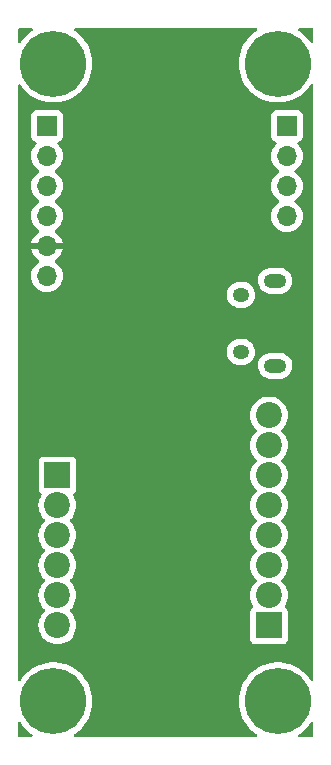
<source format=gbr>
%TF.GenerationSoftware,KiCad,Pcbnew,7.0.5*%
%TF.CreationDate,2023-12-10T00:27:40-08:00*%
%TF.ProjectId,Lyrav3,4c797261-7633-42e6-9b69-6361645f7063,rev?*%
%TF.SameCoordinates,Original*%
%TF.FileFunction,Copper,L3,Inr*%
%TF.FilePolarity,Positive*%
%FSLAX46Y46*%
G04 Gerber Fmt 4.6, Leading zero omitted, Abs format (unit mm)*
G04 Created by KiCad (PCBNEW 7.0.5) date 2023-12-10 00:27:40*
%MOMM*%
%LPD*%
G01*
G04 APERTURE LIST*
%TA.AperFunction,ComponentPad*%
%ADD10C,5.600000*%
%TD*%
%TA.AperFunction,ComponentPad*%
%ADD11R,1.700000X1.700000*%
%TD*%
%TA.AperFunction,ComponentPad*%
%ADD12O,1.700000X1.700000*%
%TD*%
%TA.AperFunction,ComponentPad*%
%ADD13R,2.200000X2.200000*%
%TD*%
%TA.AperFunction,ComponentPad*%
%ADD14C,2.200000*%
%TD*%
%TA.AperFunction,ComponentPad*%
%ADD15O,1.900000X1.200000*%
%TD*%
%TA.AperFunction,ComponentPad*%
%ADD16O,1.400000X1.200000*%
%TD*%
G04 APERTURE END LIST*
D10*
%TO.N,GND*%
%TO.C,H3*%
X186600000Y-116025000D03*
%TD*%
D11*
%TO.N,/BRKOUT1*%
%TO.C,J8*%
X206375000Y-67320000D03*
D12*
%TO.N,/BRKOUT2*%
X206375000Y-69860000D03*
%TO.N,/BRKOUT3*%
X206375000Y-72400000D03*
%TO.N,/BRKOUT4*%
X206375000Y-74940000D03*
%TD*%
D13*
%TO.N,/P4-*%
%TO.C,J1*%
X204851000Y-109601000D03*
D14*
%TO.N,/PYRO PWR*%
X204851000Y-107061000D03*
%TO.N,/P3-*%
X204851000Y-104521000D03*
%TO.N,/PYRO PWR*%
X204851000Y-101981000D03*
%TO.N,/P2-*%
X204851000Y-99441000D03*
%TO.N,/PYRO PWR*%
X204851000Y-96901000D03*
%TO.N,/P1-*%
X204851000Y-94361000D03*
%TO.N,/PYRO PWR*%
X204851000Y-91821000D03*
%TD*%
D15*
%TO.N,N/C*%
%TO.C,J7*%
X205377100Y-87623200D03*
X205377100Y-80423200D03*
D16*
X202477100Y-81603200D03*
%TO.N,unconnected-(J7-Shield-Pad6)*%
X202477100Y-86443200D03*
%TD*%
D10*
%TO.N,GND*%
%TO.C,H1*%
X186600000Y-62025000D03*
%TD*%
%TO.N,GND*%
%TO.C,H2*%
X205600000Y-62025000D03*
%TD*%
%TO.N,GND*%
%TO.C,H4*%
X205600000Y-116025000D03*
%TD*%
D13*
%TO.N,/PYRO PWR*%
%TO.C,J2*%
X186944000Y-96901000D03*
D14*
%TO.N,+12P*%
X186944000Y-99441000D03*
%TO.N,+12V*%
X186944000Y-101981000D03*
%TO.N,+BATT*%
X186944000Y-104521000D03*
%TO.N,GND*%
X186944000Y-107061000D03*
%TO.N,+BATT*%
X186944000Y-109601000D03*
%TD*%
D11*
%TO.N,/BRKOUT7*%
%TO.C,J6*%
X186055000Y-67310000D03*
D12*
%TO.N,/BRKOUT6*%
X186055000Y-69850000D03*
%TO.N,/BRKOUT5*%
X186055000Y-72390000D03*
%TO.N,+12VA*%
X186055000Y-74930000D03*
%TO.N,+3V3*%
X186055000Y-77470000D03*
%TO.N,GND*%
X186055000Y-80010000D03*
%TD*%
%TA.AperFunction,Conductor*%
%TO.N,+3V3*%
G36*
X203803786Y-59045185D02*
G01*
X203849541Y-59097989D01*
X203859485Y-59167147D01*
X203830460Y-59230703D01*
X203800677Y-59255748D01*
X203745081Y-59289200D01*
X203656768Y-59356333D01*
X203460172Y-59505781D01*
X203460163Y-59505789D01*
X203200331Y-59751914D01*
X202968641Y-60024680D01*
X202968634Y-60024690D01*
X202767790Y-60320913D01*
X202767784Y-60320922D01*
X202600151Y-60637111D01*
X202600142Y-60637129D01*
X202467674Y-60969600D01*
X202467672Y-60969607D01*
X202371932Y-61314434D01*
X202371926Y-61314460D01*
X202314029Y-61667614D01*
X202314028Y-61667631D01*
X202294652Y-62024997D01*
X202294652Y-62025002D01*
X202314028Y-62382368D01*
X202314029Y-62382385D01*
X202371926Y-62735539D01*
X202371932Y-62735565D01*
X202467672Y-63080392D01*
X202467674Y-63080399D01*
X202600142Y-63412870D01*
X202600151Y-63412888D01*
X202767784Y-63729077D01*
X202767787Y-63729082D01*
X202767789Y-63729085D01*
X202828861Y-63819160D01*
X202968634Y-64025309D01*
X202968641Y-64025319D01*
X203200331Y-64298085D01*
X203200332Y-64298086D01*
X203460163Y-64544211D01*
X203745081Y-64760800D01*
X204051747Y-64945315D01*
X204051749Y-64945316D01*
X204051751Y-64945317D01*
X204051755Y-64945319D01*
X204376552Y-65095585D01*
X204376565Y-65095591D01*
X204715726Y-65209868D01*
X205065254Y-65286805D01*
X205421052Y-65325500D01*
X205421058Y-65325500D01*
X205778942Y-65325500D01*
X205778948Y-65325500D01*
X206134746Y-65286805D01*
X206484274Y-65209868D01*
X206823435Y-65095591D01*
X207148253Y-64945315D01*
X207454919Y-64760800D01*
X207739837Y-64544211D01*
X207999668Y-64298086D01*
X208231365Y-64025311D01*
X208278359Y-63955998D01*
X208372867Y-63816612D01*
X208426781Y-63772171D01*
X208496164Y-63763933D01*
X208558985Y-63794514D01*
X208595301Y-63854204D01*
X208599500Y-63886199D01*
X208599500Y-114163801D01*
X208579815Y-114230840D01*
X208527011Y-114276595D01*
X208457853Y-114286539D01*
X208394297Y-114257514D01*
X208372867Y-114233388D01*
X208231366Y-114024690D01*
X208231358Y-114024680D01*
X207999668Y-113751914D01*
X207999668Y-113751913D01*
X207739837Y-113505789D01*
X207739830Y-113505783D01*
X207739827Y-113505781D01*
X207672245Y-113454407D01*
X207454919Y-113289200D01*
X207148253Y-113104685D01*
X207148252Y-113104684D01*
X207148248Y-113104682D01*
X207148244Y-113104680D01*
X206823447Y-112954414D01*
X206823441Y-112954411D01*
X206823435Y-112954409D01*
X206653854Y-112897270D01*
X206484273Y-112840131D01*
X206134744Y-112763194D01*
X205778949Y-112724500D01*
X205778948Y-112724500D01*
X205421052Y-112724500D01*
X205421050Y-112724500D01*
X205065255Y-112763194D01*
X204715726Y-112840131D01*
X204459970Y-112926306D01*
X204376565Y-112954409D01*
X204376562Y-112954410D01*
X204376563Y-112954410D01*
X204376552Y-112954414D01*
X204051755Y-113104680D01*
X204051751Y-113104682D01*
X203823367Y-113242096D01*
X203745081Y-113289200D01*
X203656768Y-113356333D01*
X203460172Y-113505781D01*
X203460163Y-113505789D01*
X203200331Y-113751914D01*
X202968641Y-114024680D01*
X202968634Y-114024690D01*
X202767790Y-114320913D01*
X202767784Y-114320922D01*
X202600151Y-114637111D01*
X202600142Y-114637129D01*
X202467674Y-114969600D01*
X202467672Y-114969607D01*
X202371932Y-115314434D01*
X202371926Y-115314460D01*
X202314029Y-115667614D01*
X202314028Y-115667631D01*
X202294652Y-116024997D01*
X202294652Y-116025002D01*
X202314028Y-116382368D01*
X202314029Y-116382385D01*
X202371926Y-116735539D01*
X202371932Y-116735565D01*
X202467672Y-117080392D01*
X202467674Y-117080399D01*
X202600142Y-117412870D01*
X202600151Y-117412888D01*
X202767784Y-117729077D01*
X202767787Y-117729082D01*
X202767789Y-117729085D01*
X202828861Y-117819160D01*
X202968634Y-118025309D01*
X202968641Y-118025319D01*
X203200331Y-118298085D01*
X203200332Y-118298086D01*
X203460163Y-118544211D01*
X203745081Y-118760800D01*
X203800676Y-118794250D01*
X203847970Y-118845679D01*
X203859953Y-118914514D01*
X203832818Y-118978899D01*
X203775181Y-119018393D01*
X203736747Y-119024500D01*
X188463253Y-119024500D01*
X188396214Y-119004815D01*
X188350459Y-118952011D01*
X188340515Y-118882853D01*
X188369540Y-118819297D01*
X188399322Y-118794251D01*
X188454919Y-118760800D01*
X188739837Y-118544211D01*
X188999668Y-118298086D01*
X189231365Y-118025311D01*
X189432211Y-117729085D01*
X189599853Y-117412880D01*
X189732324Y-117080403D01*
X189828071Y-116735552D01*
X189885972Y-116382371D01*
X189905348Y-116025000D01*
X189885972Y-115667629D01*
X189828071Y-115314448D01*
X189732324Y-114969597D01*
X189599853Y-114637120D01*
X189432211Y-114320915D01*
X189231365Y-114024689D01*
X189231361Y-114024684D01*
X189231358Y-114024680D01*
X188999668Y-113751914D01*
X188999668Y-113751913D01*
X188739837Y-113505789D01*
X188739830Y-113505783D01*
X188739827Y-113505781D01*
X188672245Y-113454407D01*
X188454919Y-113289200D01*
X188148253Y-113104685D01*
X188148252Y-113104684D01*
X188148248Y-113104682D01*
X188148244Y-113104680D01*
X187823447Y-112954414D01*
X187823441Y-112954411D01*
X187823435Y-112954409D01*
X187653854Y-112897270D01*
X187484273Y-112840131D01*
X187134744Y-112763194D01*
X186778949Y-112724500D01*
X186778948Y-112724500D01*
X186421052Y-112724500D01*
X186421050Y-112724500D01*
X186065255Y-112763194D01*
X185715726Y-112840131D01*
X185459969Y-112926306D01*
X185376565Y-112954409D01*
X185376562Y-112954410D01*
X185376563Y-112954410D01*
X185376552Y-112954414D01*
X185051755Y-113104680D01*
X185051751Y-113104682D01*
X184823367Y-113242096D01*
X184745081Y-113289200D01*
X184656768Y-113356333D01*
X184460172Y-113505781D01*
X184460163Y-113505789D01*
X184200331Y-113751914D01*
X183968641Y-114024680D01*
X183968633Y-114024690D01*
X183827133Y-114233388D01*
X183773219Y-114277829D01*
X183703836Y-114286067D01*
X183641015Y-114255486D01*
X183604699Y-114195796D01*
X183600500Y-114163801D01*
X183600500Y-109601000D01*
X185338551Y-109601000D01*
X185358317Y-109852151D01*
X185417126Y-110097110D01*
X185513533Y-110329859D01*
X185645160Y-110544653D01*
X185645161Y-110544656D01*
X185645164Y-110544659D01*
X185808776Y-110736224D01*
X185957066Y-110862875D01*
X186000343Y-110899838D01*
X186000346Y-110899839D01*
X186215140Y-111031466D01*
X186447888Y-111127872D01*
X186447889Y-111127873D01*
X186692852Y-111186683D01*
X186944000Y-111206449D01*
X187195148Y-111186683D01*
X187440111Y-111127873D01*
X187672859Y-111031466D01*
X187887659Y-110899836D01*
X188079224Y-110736224D01*
X188242836Y-110544659D01*
X188374466Y-110329859D01*
X188470873Y-110097111D01*
X188529683Y-109852148D01*
X188549449Y-109601000D01*
X188529683Y-109349852D01*
X188470873Y-109104889D01*
X188374466Y-108872141D01*
X188374466Y-108872140D01*
X188242839Y-108657346D01*
X188242838Y-108657343D01*
X188079224Y-108465776D01*
X188064401Y-108453116D01*
X188031819Y-108425289D01*
X187993627Y-108366784D01*
X187993128Y-108296916D01*
X188030482Y-108237870D01*
X188031756Y-108236764D01*
X188079224Y-108196224D01*
X188242836Y-108004659D01*
X188374466Y-107789859D01*
X188470873Y-107557111D01*
X188529683Y-107312148D01*
X188549449Y-107061000D01*
X188549449Y-107060999D01*
X203245551Y-107060999D01*
X203265317Y-107312151D01*
X203324126Y-107557110D01*
X203420533Y-107789859D01*
X203501520Y-107922016D01*
X203519765Y-107989462D01*
X203498649Y-108056064D01*
X203470105Y-108086072D01*
X203393452Y-108143455D01*
X203307206Y-108258664D01*
X203307202Y-108258671D01*
X203256908Y-108393517D01*
X203250501Y-108453116D01*
X203250501Y-108453123D01*
X203250500Y-108453135D01*
X203250500Y-110748870D01*
X203250501Y-110748876D01*
X203256908Y-110808483D01*
X203307202Y-110943328D01*
X203307206Y-110943335D01*
X203393452Y-111058544D01*
X203393455Y-111058547D01*
X203508664Y-111144793D01*
X203508671Y-111144797D01*
X203643517Y-111195091D01*
X203643516Y-111195091D01*
X203650444Y-111195835D01*
X203703127Y-111201500D01*
X205998872Y-111201499D01*
X206058483Y-111195091D01*
X206193331Y-111144796D01*
X206308546Y-111058546D01*
X206394796Y-110943331D01*
X206445091Y-110808483D01*
X206451500Y-110748873D01*
X206451499Y-108453128D01*
X206445091Y-108393517D01*
X206435120Y-108366784D01*
X206394797Y-108258671D01*
X206394793Y-108258664D01*
X206308547Y-108143455D01*
X206231894Y-108086072D01*
X206190024Y-108030138D01*
X206185040Y-107960446D01*
X206200476Y-107922021D01*
X206281466Y-107789859D01*
X206377873Y-107557111D01*
X206436683Y-107312148D01*
X206456449Y-107061000D01*
X206436683Y-106809852D01*
X206377873Y-106564889D01*
X206281466Y-106332141D01*
X206281466Y-106332140D01*
X206149839Y-106117346D01*
X206149838Y-106117343D01*
X205986224Y-105925776D01*
X205986224Y-105925775D01*
X205938819Y-105885289D01*
X205900627Y-105826784D01*
X205900128Y-105756916D01*
X205937482Y-105697870D01*
X205938756Y-105696764D01*
X205986224Y-105656224D01*
X206149836Y-105464659D01*
X206281466Y-105249859D01*
X206377873Y-105017111D01*
X206436683Y-104772148D01*
X206456449Y-104521000D01*
X206436683Y-104269852D01*
X206377873Y-104024889D01*
X206281466Y-103792141D01*
X206281466Y-103792140D01*
X206149839Y-103577346D01*
X206149838Y-103577343D01*
X206112875Y-103534066D01*
X205986224Y-103385776D01*
X205938820Y-103345289D01*
X205900627Y-103286782D01*
X205900129Y-103216914D01*
X205937483Y-103157868D01*
X205938669Y-103156839D01*
X205986224Y-103116224D01*
X206149836Y-102924659D01*
X206281466Y-102709859D01*
X206377873Y-102477111D01*
X206436683Y-102232148D01*
X206456449Y-101981000D01*
X206436683Y-101729852D01*
X206377873Y-101484889D01*
X206281466Y-101252141D01*
X206281466Y-101252140D01*
X206149839Y-101037346D01*
X206149838Y-101037343D01*
X205986224Y-100845776D01*
X205986215Y-100845768D01*
X205938819Y-100805288D01*
X205900627Y-100746784D01*
X205900128Y-100676916D01*
X205937482Y-100617870D01*
X205938769Y-100616753D01*
X205986224Y-100576224D01*
X206149836Y-100384659D01*
X206281466Y-100169859D01*
X206377873Y-99937111D01*
X206436683Y-99692148D01*
X206456449Y-99441000D01*
X206436683Y-99189852D01*
X206377873Y-98944889D01*
X206281466Y-98712141D01*
X206281466Y-98712140D01*
X206149839Y-98497346D01*
X206149838Y-98497343D01*
X206080301Y-98415926D01*
X205986224Y-98305776D01*
X205938820Y-98265289D01*
X205900627Y-98206782D01*
X205900129Y-98136914D01*
X205937483Y-98077868D01*
X205938669Y-98076839D01*
X205986224Y-98036224D01*
X206149836Y-97844659D01*
X206281466Y-97629859D01*
X206377873Y-97397111D01*
X206436683Y-97152148D01*
X206456449Y-96901000D01*
X206436683Y-96649852D01*
X206377873Y-96404889D01*
X206281466Y-96172141D01*
X206281466Y-96172140D01*
X206149839Y-95957346D01*
X206149838Y-95957343D01*
X205986224Y-95765776D01*
X205971401Y-95753116D01*
X205938819Y-95725289D01*
X205900627Y-95666784D01*
X205900128Y-95596916D01*
X205937482Y-95537870D01*
X205938756Y-95536764D01*
X205986224Y-95496224D01*
X206149836Y-95304659D01*
X206281466Y-95089859D01*
X206377873Y-94857111D01*
X206436683Y-94612148D01*
X206456449Y-94361000D01*
X206436683Y-94109852D01*
X206377873Y-93864889D01*
X206281466Y-93632141D01*
X206281466Y-93632140D01*
X206149839Y-93417346D01*
X206149838Y-93417343D01*
X206112875Y-93374066D01*
X205986224Y-93225776D01*
X205938820Y-93185289D01*
X205900627Y-93126782D01*
X205900129Y-93056914D01*
X205937483Y-92997868D01*
X205938669Y-92996839D01*
X205986224Y-92956224D01*
X206149836Y-92764659D01*
X206281466Y-92549859D01*
X206377873Y-92317111D01*
X206436683Y-92072148D01*
X206456449Y-91821000D01*
X206436683Y-91569852D01*
X206377873Y-91324889D01*
X206281466Y-91092141D01*
X206281466Y-91092140D01*
X206149839Y-90877346D01*
X206149838Y-90877343D01*
X206112875Y-90834066D01*
X205986224Y-90685776D01*
X205859571Y-90577604D01*
X205794656Y-90522161D01*
X205794653Y-90522160D01*
X205579859Y-90390533D01*
X205347110Y-90294126D01*
X205102151Y-90235317D01*
X204913787Y-90220492D01*
X204851000Y-90215551D01*
X204850999Y-90215551D01*
X204599848Y-90235317D01*
X204354889Y-90294126D01*
X204122140Y-90390533D01*
X203907346Y-90522160D01*
X203907343Y-90522161D01*
X203715776Y-90685776D01*
X203552161Y-90877343D01*
X203552160Y-90877346D01*
X203420533Y-91092140D01*
X203324126Y-91324889D01*
X203265317Y-91569848D01*
X203245551Y-91821000D01*
X203265317Y-92072151D01*
X203324126Y-92317110D01*
X203420533Y-92549859D01*
X203552160Y-92764653D01*
X203552161Y-92764656D01*
X203552164Y-92764659D01*
X203715776Y-92956224D01*
X203763179Y-92996710D01*
X203801371Y-93055215D01*
X203801871Y-93125083D01*
X203764517Y-93184129D01*
X203763180Y-93185288D01*
X203715777Y-93225775D01*
X203552161Y-93417343D01*
X203552160Y-93417346D01*
X203420533Y-93632140D01*
X203324126Y-93864889D01*
X203265317Y-94109848D01*
X203245551Y-94361000D01*
X203265317Y-94612151D01*
X203324126Y-94857110D01*
X203420533Y-95089859D01*
X203552160Y-95304653D01*
X203552161Y-95304656D01*
X203597040Y-95357202D01*
X203715776Y-95496224D01*
X203763178Y-95536709D01*
X203763179Y-95536710D01*
X203801372Y-95595217D01*
X203801870Y-95665085D01*
X203764516Y-95724131D01*
X203763179Y-95725290D01*
X203715776Y-95765776D01*
X203552161Y-95957343D01*
X203552160Y-95957346D01*
X203420533Y-96172140D01*
X203324126Y-96404889D01*
X203265317Y-96649848D01*
X203245551Y-96901000D01*
X203265317Y-97152151D01*
X203324126Y-97397110D01*
X203420533Y-97629859D01*
X203552160Y-97844653D01*
X203552161Y-97844656D01*
X203552164Y-97844659D01*
X203715776Y-98036224D01*
X203763175Y-98076707D01*
X203763179Y-98076710D01*
X203801372Y-98135217D01*
X203801870Y-98205085D01*
X203764516Y-98264131D01*
X203763179Y-98265290D01*
X203715776Y-98305776D01*
X203552161Y-98497343D01*
X203552160Y-98497346D01*
X203420533Y-98712140D01*
X203324126Y-98944889D01*
X203265317Y-99189848D01*
X203245551Y-99440999D01*
X203265317Y-99692151D01*
X203324126Y-99937110D01*
X203420533Y-100169859D01*
X203552160Y-100384653D01*
X203552161Y-100384656D01*
X203552164Y-100384659D01*
X203715776Y-100576224D01*
X203760507Y-100614428D01*
X203763178Y-100616709D01*
X203801371Y-100675216D01*
X203801869Y-100745084D01*
X203764515Y-100804130D01*
X203763179Y-100805288D01*
X203715783Y-100845768D01*
X203715776Y-100845776D01*
X203552161Y-101037343D01*
X203552160Y-101037346D01*
X203420533Y-101252140D01*
X203324126Y-101484889D01*
X203265317Y-101729848D01*
X203245551Y-101980999D01*
X203265317Y-102232151D01*
X203324126Y-102477110D01*
X203420533Y-102709859D01*
X203552160Y-102924653D01*
X203552161Y-102924656D01*
X203552164Y-102924659D01*
X203715776Y-103116224D01*
X203763179Y-103156710D01*
X203801371Y-103215215D01*
X203801871Y-103285083D01*
X203764517Y-103344129D01*
X203763180Y-103345288D01*
X203715777Y-103385775D01*
X203552161Y-103577343D01*
X203552160Y-103577346D01*
X203420533Y-103792140D01*
X203324126Y-104024889D01*
X203265317Y-104269848D01*
X203245551Y-104520999D01*
X203265317Y-104772151D01*
X203324126Y-105017110D01*
X203420533Y-105249859D01*
X203552160Y-105464653D01*
X203552161Y-105464656D01*
X203552164Y-105464659D01*
X203715776Y-105656224D01*
X203763178Y-105696709D01*
X203763179Y-105696710D01*
X203801372Y-105755217D01*
X203801870Y-105825085D01*
X203764516Y-105884131D01*
X203763179Y-105885290D01*
X203715776Y-105925776D01*
X203552161Y-106117343D01*
X203552160Y-106117346D01*
X203420533Y-106332140D01*
X203324126Y-106564889D01*
X203265317Y-106809848D01*
X203245551Y-107060999D01*
X188549449Y-107060999D01*
X188529683Y-106809852D01*
X188470873Y-106564889D01*
X188374466Y-106332141D01*
X188374466Y-106332140D01*
X188242839Y-106117346D01*
X188242838Y-106117343D01*
X188079224Y-105925776D01*
X188079224Y-105925775D01*
X188031819Y-105885289D01*
X187993627Y-105826784D01*
X187993128Y-105756916D01*
X188030482Y-105697870D01*
X188031756Y-105696764D01*
X188079224Y-105656224D01*
X188242836Y-105464659D01*
X188374466Y-105249859D01*
X188470873Y-105017111D01*
X188529683Y-104772148D01*
X188549449Y-104521000D01*
X188529683Y-104269852D01*
X188470873Y-104024889D01*
X188374466Y-103792141D01*
X188374466Y-103792140D01*
X188242839Y-103577346D01*
X188242838Y-103577343D01*
X188079224Y-103385776D01*
X188079223Y-103385775D01*
X188031819Y-103345289D01*
X187993627Y-103286784D01*
X187993128Y-103216916D01*
X188030482Y-103157870D01*
X188031756Y-103156764D01*
X188079224Y-103116224D01*
X188242836Y-102924659D01*
X188374466Y-102709859D01*
X188470873Y-102477111D01*
X188529683Y-102232148D01*
X188549449Y-101981000D01*
X188529683Y-101729852D01*
X188470873Y-101484889D01*
X188374466Y-101252141D01*
X188374466Y-101252140D01*
X188242839Y-101037346D01*
X188242838Y-101037343D01*
X188079224Y-100845776D01*
X188079215Y-100845768D01*
X188031819Y-100805288D01*
X187993627Y-100746784D01*
X187993128Y-100676916D01*
X188030482Y-100617870D01*
X188031769Y-100616753D01*
X188079224Y-100576224D01*
X188242836Y-100384659D01*
X188374466Y-100169859D01*
X188470873Y-99937111D01*
X188529683Y-99692148D01*
X188549449Y-99441000D01*
X188529683Y-99189852D01*
X188470873Y-98944889D01*
X188374466Y-98712141D01*
X188374466Y-98712140D01*
X188293479Y-98579983D01*
X188275234Y-98512538D01*
X188296350Y-98445935D01*
X188324891Y-98415929D01*
X188401546Y-98358546D01*
X188487796Y-98243331D01*
X188538091Y-98108483D01*
X188544500Y-98048873D01*
X188544499Y-95753128D01*
X188538091Y-95693517D01*
X188528120Y-95666784D01*
X188487797Y-95558671D01*
X188487793Y-95558664D01*
X188401547Y-95443455D01*
X188401544Y-95443452D01*
X188286335Y-95357206D01*
X188286328Y-95357202D01*
X188151482Y-95306908D01*
X188151483Y-95306908D01*
X188091883Y-95300501D01*
X188091881Y-95300500D01*
X188091873Y-95300500D01*
X188091864Y-95300500D01*
X185796129Y-95300500D01*
X185796123Y-95300501D01*
X185736516Y-95306908D01*
X185601671Y-95357202D01*
X185601664Y-95357206D01*
X185486455Y-95443452D01*
X185486452Y-95443455D01*
X185400206Y-95558664D01*
X185400202Y-95558671D01*
X185349908Y-95693517D01*
X185343501Y-95753116D01*
X185343501Y-95753123D01*
X185343500Y-95753135D01*
X185343500Y-98048870D01*
X185343501Y-98048876D01*
X185349908Y-98108483D01*
X185400202Y-98243328D01*
X185400206Y-98243335D01*
X185486452Y-98358544D01*
X185486455Y-98358547D01*
X185563104Y-98415927D01*
X185604975Y-98471861D01*
X185609959Y-98541552D01*
X185594520Y-98579983D01*
X185513533Y-98712140D01*
X185417126Y-98944889D01*
X185358317Y-99189848D01*
X185338551Y-99440999D01*
X185358317Y-99692151D01*
X185417126Y-99937110D01*
X185513533Y-100169859D01*
X185645160Y-100384653D01*
X185645161Y-100384656D01*
X185645164Y-100384659D01*
X185808776Y-100576224D01*
X185853507Y-100614428D01*
X185856178Y-100616709D01*
X185894371Y-100675216D01*
X185894869Y-100745084D01*
X185857515Y-100804130D01*
X185856179Y-100805288D01*
X185808783Y-100845768D01*
X185808776Y-100845776D01*
X185645161Y-101037343D01*
X185645160Y-101037346D01*
X185513533Y-101252140D01*
X185417126Y-101484889D01*
X185358317Y-101729848D01*
X185338551Y-101980999D01*
X185358317Y-102232151D01*
X185417126Y-102477110D01*
X185513533Y-102709859D01*
X185645160Y-102924653D01*
X185645161Y-102924656D01*
X185645164Y-102924659D01*
X185808776Y-103116224D01*
X185856179Y-103156710D01*
X185894371Y-103215215D01*
X185894871Y-103285083D01*
X185857517Y-103344129D01*
X185856180Y-103345288D01*
X185808777Y-103385775D01*
X185645161Y-103577343D01*
X185645160Y-103577346D01*
X185513533Y-103792140D01*
X185417126Y-104024889D01*
X185358317Y-104269848D01*
X185338551Y-104521000D01*
X185358317Y-104772151D01*
X185417126Y-105017110D01*
X185513533Y-105249859D01*
X185645160Y-105464653D01*
X185645161Y-105464656D01*
X185645164Y-105464659D01*
X185808776Y-105656224D01*
X185856178Y-105696709D01*
X185856179Y-105696710D01*
X185894372Y-105755217D01*
X185894870Y-105825085D01*
X185857516Y-105884131D01*
X185856179Y-105885290D01*
X185808776Y-105925776D01*
X185645161Y-106117343D01*
X185645160Y-106117346D01*
X185513533Y-106332140D01*
X185417126Y-106564889D01*
X185358317Y-106809848D01*
X185338551Y-107061000D01*
X185358317Y-107312151D01*
X185417126Y-107557110D01*
X185513533Y-107789859D01*
X185645160Y-108004653D01*
X185645161Y-108004656D01*
X185645164Y-108004659D01*
X185808776Y-108196224D01*
X185856178Y-108236709D01*
X185856179Y-108236710D01*
X185894372Y-108295217D01*
X185894870Y-108365085D01*
X185857516Y-108424131D01*
X185856179Y-108425290D01*
X185808776Y-108465776D01*
X185645161Y-108657343D01*
X185645160Y-108657346D01*
X185513533Y-108872140D01*
X185417126Y-109104889D01*
X185358317Y-109349848D01*
X185338551Y-109601000D01*
X183600500Y-109601000D01*
X183600500Y-87570601D01*
X203922846Y-87570601D01*
X203932845Y-87780527D01*
X203982396Y-87984778D01*
X203982398Y-87984782D01*
X204069698Y-88175943D01*
X204069701Y-88175948D01*
X204069702Y-88175950D01*
X204069704Y-88175953D01*
X204132727Y-88264456D01*
X204191615Y-88347153D01*
X204191620Y-88347159D01*
X204343720Y-88492185D01*
X204438678Y-88553211D01*
X204520528Y-88605813D01*
X204715643Y-88683925D01*
X204818828Y-88703812D01*
X204922014Y-88723700D01*
X204922015Y-88723700D01*
X205779519Y-88723700D01*
X205779525Y-88723700D01*
X205936318Y-88708728D01*
X206137975Y-88649516D01*
X206324782Y-88553211D01*
X206489986Y-88423292D01*
X206627619Y-88264456D01*
X206732704Y-88082444D01*
X206801444Y-87883833D01*
X206831354Y-87675802D01*
X206821354Y-87465870D01*
X206771804Y-87261624D01*
X206763431Y-87243290D01*
X206684501Y-87070456D01*
X206684498Y-87070451D01*
X206684497Y-87070450D01*
X206684496Y-87070447D01*
X206562586Y-86899248D01*
X206562584Y-86899246D01*
X206562579Y-86899240D01*
X206410479Y-86754214D01*
X206233674Y-86640588D01*
X206038555Y-86562474D01*
X205832186Y-86522700D01*
X205832185Y-86522700D01*
X204974675Y-86522700D01*
X204817881Y-86537672D01*
X204817882Y-86537672D01*
X204817878Y-86537673D01*
X204616227Y-86596883D01*
X204429413Y-86693191D01*
X204264216Y-86823105D01*
X204264212Y-86823109D01*
X204126578Y-86981946D01*
X204021498Y-87163950D01*
X203952756Y-87362565D01*
X203952756Y-87362567D01*
X203926714Y-87543700D01*
X203922846Y-87570601D01*
X183600500Y-87570601D01*
X183600500Y-86390601D01*
X201272846Y-86390601D01*
X201282845Y-86600527D01*
X201332396Y-86804778D01*
X201332398Y-86804782D01*
X201419698Y-86995943D01*
X201419701Y-86995948D01*
X201419702Y-86995950D01*
X201419704Y-86995953D01*
X201482727Y-87084456D01*
X201541615Y-87167153D01*
X201541620Y-87167159D01*
X201693720Y-87312185D01*
X201788678Y-87373211D01*
X201870528Y-87425813D01*
X202065643Y-87503925D01*
X202168828Y-87523812D01*
X202272014Y-87543700D01*
X202272015Y-87543700D01*
X202629519Y-87543700D01*
X202629525Y-87543700D01*
X202786318Y-87528728D01*
X202987975Y-87469516D01*
X203174782Y-87373211D01*
X203188320Y-87362565D01*
X203339983Y-87243294D01*
X203339986Y-87243292D01*
X203477619Y-87084456D01*
X203582704Y-86902444D01*
X203651444Y-86703833D01*
X203681354Y-86495802D01*
X203671354Y-86285870D01*
X203621804Y-86081624D01*
X203621801Y-86081617D01*
X203534501Y-85890456D01*
X203534498Y-85890451D01*
X203534497Y-85890450D01*
X203534496Y-85890447D01*
X203412586Y-85719248D01*
X203412584Y-85719246D01*
X203412579Y-85719240D01*
X203260479Y-85574214D01*
X203083674Y-85460588D01*
X202888555Y-85382474D01*
X202682186Y-85342700D01*
X202682185Y-85342700D01*
X202324675Y-85342700D01*
X202167882Y-85357672D01*
X202167878Y-85357673D01*
X201966227Y-85416883D01*
X201779413Y-85513191D01*
X201614216Y-85643105D01*
X201614212Y-85643109D01*
X201476578Y-85801946D01*
X201371498Y-85983950D01*
X201302756Y-86182565D01*
X201302756Y-86182567D01*
X201287904Y-86285870D01*
X201272846Y-86390601D01*
X183600500Y-86390601D01*
X183600500Y-81550601D01*
X201272846Y-81550601D01*
X201282845Y-81760527D01*
X201332396Y-81964778D01*
X201332398Y-81964782D01*
X201419698Y-82155943D01*
X201419701Y-82155948D01*
X201419702Y-82155950D01*
X201419704Y-82155953D01*
X201482727Y-82244456D01*
X201541615Y-82327153D01*
X201541620Y-82327159D01*
X201693720Y-82472185D01*
X201788678Y-82533211D01*
X201870528Y-82585813D01*
X202065643Y-82663925D01*
X202168828Y-82683812D01*
X202272014Y-82703700D01*
X202272015Y-82703700D01*
X202629519Y-82703700D01*
X202629525Y-82703700D01*
X202786318Y-82688728D01*
X202987975Y-82629516D01*
X203174782Y-82533211D01*
X203339986Y-82403292D01*
X203477619Y-82244456D01*
X203582704Y-82062444D01*
X203651444Y-81863833D01*
X203681354Y-81655802D01*
X203671354Y-81445870D01*
X203621804Y-81241624D01*
X203595504Y-81184035D01*
X203534501Y-81050456D01*
X203534498Y-81050451D01*
X203534497Y-81050450D01*
X203534496Y-81050447D01*
X203412586Y-80879248D01*
X203412584Y-80879246D01*
X203412579Y-80879240D01*
X203260479Y-80734214D01*
X203083674Y-80620588D01*
X202888555Y-80542474D01*
X202682186Y-80502700D01*
X202682185Y-80502700D01*
X202324675Y-80502700D01*
X202167882Y-80517672D01*
X202167878Y-80517673D01*
X201966227Y-80576883D01*
X201779413Y-80673191D01*
X201614216Y-80803105D01*
X201614212Y-80803109D01*
X201476578Y-80961946D01*
X201371498Y-81143950D01*
X201302756Y-81342565D01*
X201302756Y-81342567D01*
X201276714Y-81523700D01*
X201272846Y-81550601D01*
X183600500Y-81550601D01*
X183600500Y-80010000D01*
X184699341Y-80010000D01*
X184719936Y-80245403D01*
X184719938Y-80245413D01*
X184781094Y-80473655D01*
X184781096Y-80473659D01*
X184781097Y-80473663D01*
X184874138Y-80673189D01*
X184880965Y-80687830D01*
X184880967Y-80687834D01*
X184961684Y-80803109D01*
X185016505Y-80881401D01*
X185183599Y-81048495D01*
X185206394Y-81064456D01*
X185377165Y-81184032D01*
X185377167Y-81184033D01*
X185377170Y-81184035D01*
X185591337Y-81283903D01*
X185819592Y-81345063D01*
X186007918Y-81361539D01*
X186054999Y-81365659D01*
X186055000Y-81365659D01*
X186055001Y-81365659D01*
X186094234Y-81362226D01*
X186290408Y-81345063D01*
X186518663Y-81283903D01*
X186732830Y-81184035D01*
X186926401Y-81048495D01*
X187093495Y-80881401D01*
X187229035Y-80687830D01*
X187328903Y-80473663D01*
X187356518Y-80370601D01*
X203922846Y-80370601D01*
X203932845Y-80580527D01*
X203982396Y-80784778D01*
X203982398Y-80784782D01*
X204069698Y-80975943D01*
X204069701Y-80975948D01*
X204069702Y-80975950D01*
X204069704Y-80975953D01*
X204132727Y-81064456D01*
X204191615Y-81147153D01*
X204191620Y-81147159D01*
X204343720Y-81292185D01*
X204484897Y-81382914D01*
X204520528Y-81405813D01*
X204715643Y-81483925D01*
X204818828Y-81503812D01*
X204922014Y-81523700D01*
X204922015Y-81523700D01*
X205779519Y-81523700D01*
X205779525Y-81523700D01*
X205936318Y-81508728D01*
X206137975Y-81449516D01*
X206324782Y-81353211D01*
X206335146Y-81345061D01*
X206412911Y-81283905D01*
X206489986Y-81223292D01*
X206627619Y-81064456D01*
X206636833Y-81048498D01*
X206732701Y-80882449D01*
X206732700Y-80882449D01*
X206732704Y-80882444D01*
X206801444Y-80683833D01*
X206831354Y-80475802D01*
X206821354Y-80265870D01*
X206771804Y-80061624D01*
X206748228Y-80009999D01*
X206684501Y-79870456D01*
X206684498Y-79870451D01*
X206684497Y-79870450D01*
X206684496Y-79870447D01*
X206562586Y-79699248D01*
X206562584Y-79699246D01*
X206562579Y-79699240D01*
X206410479Y-79554214D01*
X206233674Y-79440588D01*
X206038555Y-79362474D01*
X205832186Y-79322700D01*
X205832185Y-79322700D01*
X204974675Y-79322700D01*
X204817882Y-79337672D01*
X204817878Y-79337673D01*
X204616227Y-79396883D01*
X204429413Y-79493191D01*
X204264216Y-79623105D01*
X204264212Y-79623109D01*
X204126578Y-79781946D01*
X204021498Y-79963950D01*
X203952756Y-80162565D01*
X203952756Y-80162567D01*
X203937904Y-80265870D01*
X203922846Y-80370601D01*
X187356518Y-80370601D01*
X187390063Y-80245408D01*
X187410659Y-80010000D01*
X187390063Y-79774592D01*
X187328903Y-79546337D01*
X187229035Y-79332171D01*
X187222404Y-79322700D01*
X187093494Y-79138597D01*
X186926402Y-78971506D01*
X186926401Y-78971505D01*
X186740405Y-78841269D01*
X186696781Y-78786692D01*
X186689588Y-78717193D01*
X186721110Y-78654839D01*
X186740405Y-78638119D01*
X186926082Y-78508105D01*
X187093105Y-78341082D01*
X187228600Y-78147578D01*
X187328429Y-77933492D01*
X187328432Y-77933486D01*
X187385636Y-77720000D01*
X186488686Y-77720000D01*
X186514493Y-77679844D01*
X186555000Y-77541889D01*
X186555000Y-77398111D01*
X186514493Y-77260156D01*
X186488686Y-77220000D01*
X187385636Y-77220000D01*
X187385635Y-77219999D01*
X187328432Y-77006513D01*
X187328429Y-77006507D01*
X187228600Y-76792422D01*
X187228599Y-76792420D01*
X187093113Y-76598926D01*
X187093108Y-76598920D01*
X186926078Y-76431890D01*
X186740405Y-76301879D01*
X186696780Y-76247302D01*
X186689588Y-76177804D01*
X186721110Y-76115449D01*
X186740406Y-76098730D01*
X186912115Y-75978498D01*
X186926401Y-75968495D01*
X187093495Y-75801401D01*
X187229035Y-75607830D01*
X187328903Y-75393663D01*
X187390063Y-75165408D01*
X187409784Y-74940000D01*
X205019341Y-74940000D01*
X205039936Y-75175403D01*
X205039938Y-75175413D01*
X205101094Y-75403655D01*
X205101096Y-75403659D01*
X205101097Y-75403663D01*
X205196302Y-75607830D01*
X205200965Y-75617830D01*
X205200967Y-75617834D01*
X205309281Y-75772521D01*
X205336505Y-75811401D01*
X205503599Y-75978495D01*
X205600384Y-76046264D01*
X205697165Y-76114032D01*
X205697167Y-76114033D01*
X205697170Y-76114035D01*
X205911337Y-76213903D01*
X206139592Y-76275063D01*
X206327918Y-76291539D01*
X206374999Y-76295659D01*
X206375000Y-76295659D01*
X206375001Y-76295659D01*
X206414234Y-76292226D01*
X206610408Y-76275063D01*
X206838663Y-76213903D01*
X207052830Y-76114035D01*
X207246401Y-75978495D01*
X207413495Y-75811401D01*
X207549035Y-75617830D01*
X207648903Y-75403663D01*
X207710063Y-75175408D01*
X207730659Y-74940000D01*
X207710063Y-74704592D01*
X207648903Y-74476337D01*
X207549035Y-74262171D01*
X207413495Y-74068599D01*
X207413494Y-74068597D01*
X207246402Y-73901506D01*
X207246396Y-73901501D01*
X207060842Y-73771575D01*
X207017217Y-73716998D01*
X207010023Y-73647500D01*
X207041546Y-73585145D01*
X207060842Y-73568425D01*
X207083026Y-73552891D01*
X207246401Y-73438495D01*
X207413495Y-73271401D01*
X207549035Y-73077830D01*
X207648903Y-72863663D01*
X207710063Y-72635408D01*
X207730659Y-72400000D01*
X207710063Y-72164592D01*
X207648903Y-71936337D01*
X207549035Y-71722171D01*
X207413495Y-71528599D01*
X207413494Y-71528597D01*
X207246402Y-71361506D01*
X207246396Y-71361501D01*
X207060842Y-71231575D01*
X207017217Y-71176998D01*
X207010023Y-71107500D01*
X207041546Y-71045145D01*
X207060842Y-71028425D01*
X207083026Y-71012891D01*
X207246401Y-70898495D01*
X207413495Y-70731401D01*
X207549035Y-70537830D01*
X207648903Y-70323663D01*
X207710063Y-70095408D01*
X207730659Y-69860000D01*
X207710063Y-69624592D01*
X207648903Y-69396337D01*
X207549035Y-69182171D01*
X207413495Y-68988599D01*
X207291567Y-68866671D01*
X207258084Y-68805351D01*
X207263068Y-68735659D01*
X207304939Y-68679725D01*
X207335915Y-68662810D01*
X207467331Y-68613796D01*
X207582546Y-68527546D01*
X207668796Y-68412331D01*
X207719091Y-68277483D01*
X207725500Y-68217873D01*
X207725499Y-66422128D01*
X207719091Y-66362517D01*
X207715361Y-66352517D01*
X207668797Y-66227671D01*
X207668793Y-66227664D01*
X207582547Y-66112455D01*
X207582544Y-66112452D01*
X207467335Y-66026206D01*
X207467328Y-66026202D01*
X207332482Y-65975908D01*
X207332483Y-65975908D01*
X207272883Y-65969501D01*
X207272881Y-65969500D01*
X207272873Y-65969500D01*
X207272864Y-65969500D01*
X205477129Y-65969500D01*
X205477123Y-65969501D01*
X205417516Y-65975908D01*
X205282671Y-66026202D01*
X205282664Y-66026206D01*
X205167455Y-66112452D01*
X205167452Y-66112455D01*
X205081206Y-66227664D01*
X205081202Y-66227671D01*
X205030908Y-66362517D01*
X205025575Y-66412127D01*
X205024501Y-66422123D01*
X205024500Y-66422135D01*
X205024500Y-68217870D01*
X205024501Y-68217876D01*
X205030908Y-68277483D01*
X205081202Y-68412328D01*
X205081206Y-68412335D01*
X205167452Y-68527544D01*
X205167455Y-68527547D01*
X205282664Y-68613793D01*
X205282671Y-68613797D01*
X205414081Y-68662810D01*
X205470015Y-68704681D01*
X205494432Y-68770145D01*
X205479580Y-68838418D01*
X205458430Y-68866673D01*
X205336503Y-68988600D01*
X205200965Y-69182169D01*
X205200964Y-69182171D01*
X205101098Y-69396335D01*
X205101094Y-69396344D01*
X205039938Y-69624586D01*
X205039936Y-69624596D01*
X205019341Y-69859999D01*
X205019341Y-69860000D01*
X205039936Y-70095403D01*
X205039938Y-70095413D01*
X205101094Y-70323655D01*
X205101096Y-70323659D01*
X205101097Y-70323663D01*
X205196302Y-70527830D01*
X205200965Y-70537830D01*
X205200967Y-70537834D01*
X205336501Y-70731395D01*
X205336506Y-70731402D01*
X205503597Y-70898493D01*
X205503603Y-70898498D01*
X205689158Y-71028425D01*
X205732783Y-71083002D01*
X205739977Y-71152500D01*
X205708454Y-71214855D01*
X205689158Y-71231575D01*
X205503597Y-71361505D01*
X205336505Y-71528597D01*
X205200965Y-71722169D01*
X205200964Y-71722171D01*
X205101098Y-71936335D01*
X205101094Y-71936344D01*
X205039938Y-72164586D01*
X205039936Y-72164596D01*
X205019341Y-72399999D01*
X205019341Y-72400000D01*
X205039936Y-72635403D01*
X205039938Y-72635413D01*
X205101094Y-72863655D01*
X205101096Y-72863659D01*
X205101097Y-72863663D01*
X205196302Y-73067830D01*
X205200965Y-73077830D01*
X205200967Y-73077834D01*
X205336501Y-73271395D01*
X205336506Y-73271402D01*
X205503597Y-73438493D01*
X205503603Y-73438498D01*
X205689158Y-73568425D01*
X205732783Y-73623002D01*
X205739977Y-73692500D01*
X205708454Y-73754855D01*
X205689158Y-73771575D01*
X205503597Y-73901505D01*
X205336505Y-74068597D01*
X205200965Y-74262169D01*
X205200964Y-74262171D01*
X205101098Y-74476335D01*
X205101094Y-74476344D01*
X205039938Y-74704586D01*
X205039936Y-74704596D01*
X205019341Y-74939999D01*
X205019341Y-74940000D01*
X187409784Y-74940000D01*
X187410659Y-74930000D01*
X187390063Y-74694592D01*
X187331584Y-74476344D01*
X187328905Y-74466344D01*
X187328904Y-74466343D01*
X187328903Y-74466337D01*
X187229035Y-74252171D01*
X187093495Y-74058599D01*
X187093494Y-74058597D01*
X186926402Y-73891506D01*
X186926396Y-73891501D01*
X186740842Y-73761575D01*
X186697217Y-73706998D01*
X186690023Y-73637500D01*
X186721546Y-73575145D01*
X186740842Y-73558425D01*
X186912115Y-73438498D01*
X186926401Y-73428495D01*
X187093495Y-73261401D01*
X187229035Y-73067830D01*
X187328903Y-72853663D01*
X187390063Y-72625408D01*
X187410659Y-72390000D01*
X187390063Y-72154592D01*
X187331584Y-71936344D01*
X187328905Y-71926344D01*
X187328904Y-71926343D01*
X187328903Y-71926337D01*
X187229035Y-71712171D01*
X187093495Y-71518599D01*
X187093494Y-71518597D01*
X186926402Y-71351506D01*
X186926396Y-71351501D01*
X186740842Y-71221575D01*
X186697217Y-71166998D01*
X186690023Y-71097500D01*
X186721546Y-71035145D01*
X186740842Y-71018425D01*
X186912115Y-70898498D01*
X186926401Y-70888495D01*
X187093495Y-70721401D01*
X187229035Y-70527830D01*
X187328903Y-70313663D01*
X187390063Y-70085408D01*
X187410659Y-69850000D01*
X187390063Y-69614592D01*
X187331584Y-69396344D01*
X187328905Y-69386344D01*
X187328904Y-69386343D01*
X187328903Y-69386337D01*
X187229035Y-69172171D01*
X187093495Y-68978599D01*
X186971567Y-68856671D01*
X186938084Y-68795351D01*
X186943068Y-68725659D01*
X186984939Y-68669725D01*
X187015915Y-68652810D01*
X187147331Y-68603796D01*
X187262546Y-68517546D01*
X187348796Y-68402331D01*
X187399091Y-68267483D01*
X187405500Y-68207873D01*
X187405499Y-66412128D01*
X187399091Y-66352517D01*
X187348796Y-66217669D01*
X187348795Y-66217668D01*
X187348793Y-66217664D01*
X187262547Y-66102455D01*
X187262544Y-66102452D01*
X187147335Y-66016206D01*
X187147328Y-66016202D01*
X187012482Y-65965908D01*
X187012483Y-65965908D01*
X186952883Y-65959501D01*
X186952881Y-65959500D01*
X186952873Y-65959500D01*
X186952864Y-65959500D01*
X185157129Y-65959500D01*
X185157123Y-65959501D01*
X185097516Y-65965908D01*
X184962671Y-66016202D01*
X184962664Y-66016206D01*
X184847455Y-66102452D01*
X184847452Y-66102455D01*
X184761206Y-66217664D01*
X184761202Y-66217671D01*
X184710908Y-66352517D01*
X184704501Y-66412116D01*
X184704501Y-66412123D01*
X184704500Y-66412135D01*
X184704500Y-68207870D01*
X184704501Y-68207876D01*
X184710908Y-68267483D01*
X184761202Y-68402328D01*
X184761206Y-68402335D01*
X184847452Y-68517544D01*
X184847455Y-68517547D01*
X184962664Y-68603793D01*
X184962671Y-68603797D01*
X185094081Y-68652810D01*
X185150015Y-68694681D01*
X185174432Y-68760145D01*
X185159580Y-68828418D01*
X185138430Y-68856673D01*
X185016503Y-68978600D01*
X184880965Y-69172169D01*
X184880964Y-69172171D01*
X184781098Y-69386335D01*
X184781094Y-69386344D01*
X184719938Y-69614586D01*
X184719936Y-69614596D01*
X184699341Y-69849999D01*
X184699341Y-69850000D01*
X184719936Y-70085403D01*
X184719938Y-70085413D01*
X184781094Y-70313655D01*
X184781096Y-70313659D01*
X184781097Y-70313663D01*
X184785761Y-70323664D01*
X184880965Y-70527830D01*
X184880967Y-70527834D01*
X185016501Y-70721395D01*
X185016506Y-70721402D01*
X185183597Y-70888493D01*
X185183603Y-70888498D01*
X185369158Y-71018425D01*
X185412783Y-71073002D01*
X185419977Y-71142500D01*
X185388454Y-71204855D01*
X185369158Y-71221575D01*
X185183597Y-71351505D01*
X185016505Y-71518597D01*
X184880965Y-71712169D01*
X184880964Y-71712171D01*
X184781098Y-71926335D01*
X184781094Y-71926344D01*
X184719938Y-72154586D01*
X184719936Y-72154596D01*
X184699341Y-72389999D01*
X184699341Y-72390000D01*
X184719936Y-72625403D01*
X184719938Y-72625413D01*
X184781094Y-72853655D01*
X184781096Y-72853659D01*
X184781097Y-72853663D01*
X184785761Y-72863664D01*
X184880965Y-73067830D01*
X184880967Y-73067834D01*
X185016501Y-73261395D01*
X185016506Y-73261402D01*
X185183597Y-73428493D01*
X185183603Y-73428498D01*
X185369158Y-73558425D01*
X185412783Y-73613002D01*
X185419977Y-73682500D01*
X185388454Y-73744855D01*
X185369158Y-73761575D01*
X185183597Y-73891505D01*
X185016505Y-74058597D01*
X184880965Y-74252169D01*
X184880964Y-74252171D01*
X184781098Y-74466335D01*
X184781094Y-74466344D01*
X184719938Y-74694586D01*
X184719936Y-74694596D01*
X184699341Y-74929999D01*
X184699341Y-74930000D01*
X184719936Y-75165403D01*
X184719938Y-75165413D01*
X184781094Y-75393655D01*
X184781096Y-75393659D01*
X184781097Y-75393663D01*
X184785761Y-75403664D01*
X184880965Y-75607830D01*
X184880967Y-75607834D01*
X185016501Y-75801395D01*
X185016506Y-75801402D01*
X185183597Y-75968493D01*
X185183603Y-75968498D01*
X185369594Y-76098730D01*
X185413219Y-76153307D01*
X185420413Y-76222805D01*
X185388890Y-76285160D01*
X185369595Y-76301880D01*
X185183922Y-76431890D01*
X185183920Y-76431891D01*
X185016891Y-76598920D01*
X185016886Y-76598926D01*
X184881400Y-76792420D01*
X184881399Y-76792422D01*
X184781570Y-77006507D01*
X184781567Y-77006513D01*
X184724364Y-77219999D01*
X184724364Y-77220000D01*
X185621314Y-77220000D01*
X185595507Y-77260156D01*
X185555000Y-77398111D01*
X185555000Y-77541889D01*
X185595507Y-77679844D01*
X185621314Y-77720000D01*
X184724364Y-77720000D01*
X184781567Y-77933486D01*
X184781570Y-77933492D01*
X184881399Y-78147578D01*
X185016894Y-78341082D01*
X185183917Y-78508105D01*
X185369595Y-78638119D01*
X185413219Y-78692696D01*
X185420412Y-78762195D01*
X185388890Y-78824549D01*
X185369595Y-78841269D01*
X185183594Y-78971508D01*
X185016505Y-79138597D01*
X184880965Y-79332169D01*
X184880964Y-79332171D01*
X184781098Y-79546335D01*
X184781094Y-79546344D01*
X184719938Y-79774586D01*
X184719936Y-79774596D01*
X184699341Y-80009999D01*
X184699341Y-80010000D01*
X183600500Y-80010000D01*
X183600500Y-63886199D01*
X183620185Y-63819160D01*
X183672989Y-63773405D01*
X183742147Y-63763461D01*
X183805703Y-63792486D01*
X183827133Y-63816612D01*
X183968633Y-64025309D01*
X183968641Y-64025319D01*
X184200331Y-64298085D01*
X184200332Y-64298086D01*
X184460163Y-64544211D01*
X184745081Y-64760800D01*
X185051747Y-64945315D01*
X185051749Y-64945316D01*
X185051751Y-64945317D01*
X185051755Y-64945319D01*
X185376552Y-65095585D01*
X185376565Y-65095591D01*
X185715726Y-65209868D01*
X186065254Y-65286805D01*
X186421052Y-65325500D01*
X186421058Y-65325500D01*
X186778942Y-65325500D01*
X186778948Y-65325500D01*
X187134746Y-65286805D01*
X187484274Y-65209868D01*
X187823435Y-65095591D01*
X188148253Y-64945315D01*
X188454919Y-64760800D01*
X188739837Y-64544211D01*
X188999668Y-64298086D01*
X189231365Y-64025311D01*
X189432211Y-63729085D01*
X189599853Y-63412880D01*
X189732324Y-63080403D01*
X189828071Y-62735552D01*
X189885972Y-62382371D01*
X189905348Y-62025000D01*
X189885972Y-61667629D01*
X189828071Y-61314448D01*
X189732324Y-60969597D01*
X189599853Y-60637120D01*
X189432211Y-60320915D01*
X189231365Y-60024689D01*
X189231361Y-60024684D01*
X189231358Y-60024680D01*
X188999668Y-59751914D01*
X188999667Y-59751913D01*
X188739837Y-59505789D01*
X188739830Y-59505783D01*
X188739827Y-59505781D01*
X188672245Y-59454407D01*
X188454919Y-59289200D01*
X188399323Y-59255749D01*
X188352030Y-59204321D01*
X188340047Y-59135486D01*
X188367182Y-59071101D01*
X188424819Y-59031607D01*
X188463253Y-59025500D01*
X203736747Y-59025500D01*
X203803786Y-59045185D01*
G37*
%TD.AperFunction*%
%TD*%
%TA.AperFunction,NonConductor*%
G36*
X184803786Y-59045185D02*
G01*
X184849541Y-59097989D01*
X184859485Y-59167147D01*
X184830460Y-59230703D01*
X184800677Y-59255748D01*
X184745081Y-59289200D01*
X184656768Y-59356333D01*
X184460172Y-59505781D01*
X184460163Y-59505789D01*
X184200331Y-59751914D01*
X183968641Y-60024680D01*
X183968633Y-60024690D01*
X183827133Y-60233388D01*
X183773219Y-60277829D01*
X183703836Y-60286067D01*
X183641015Y-60255486D01*
X183604699Y-60195796D01*
X183600500Y-60163801D01*
X183600500Y-59149500D01*
X183620185Y-59082461D01*
X183672989Y-59036706D01*
X183724500Y-59025500D01*
X184736747Y-59025500D01*
X184803786Y-59045185D01*
G37*
%TD.AperFunction*%
%TA.AperFunction,NonConductor*%
G36*
X208542539Y-59045185D02*
G01*
X208588294Y-59097989D01*
X208599500Y-59149500D01*
X208599500Y-60163801D01*
X208579815Y-60230840D01*
X208527011Y-60276595D01*
X208457853Y-60286539D01*
X208394297Y-60257514D01*
X208372867Y-60233388D01*
X208231366Y-60024690D01*
X208231358Y-60024680D01*
X207999668Y-59751914D01*
X207999667Y-59751913D01*
X207739837Y-59505789D01*
X207739830Y-59505783D01*
X207739827Y-59505781D01*
X207672245Y-59454407D01*
X207454919Y-59289200D01*
X207399323Y-59255749D01*
X207352030Y-59204321D01*
X207340047Y-59135486D01*
X207367182Y-59071101D01*
X207424819Y-59031607D01*
X207463253Y-59025500D01*
X208475500Y-59025500D01*
X208542539Y-59045185D01*
G37*
%TD.AperFunction*%
%TA.AperFunction,NonConductor*%
G36*
X208558985Y-117794514D02*
G01*
X208595301Y-117854204D01*
X208599500Y-117886199D01*
X208599500Y-118900500D01*
X208579815Y-118967539D01*
X208527011Y-119013294D01*
X208475500Y-119024500D01*
X207463253Y-119024500D01*
X207396214Y-119004815D01*
X207350459Y-118952011D01*
X207340515Y-118882853D01*
X207369540Y-118819297D01*
X207399322Y-118794251D01*
X207454919Y-118760800D01*
X207739837Y-118544211D01*
X207999668Y-118298086D01*
X208231365Y-118025311D01*
X208278359Y-117955998D01*
X208372867Y-117816612D01*
X208426781Y-117772171D01*
X208496164Y-117763933D01*
X208558985Y-117794514D01*
G37*
%TD.AperFunction*%
%TA.AperFunction,NonConductor*%
G36*
X183805703Y-117792486D02*
G01*
X183827133Y-117816612D01*
X183968633Y-118025309D01*
X183968641Y-118025319D01*
X184200331Y-118298085D01*
X184200332Y-118298086D01*
X184460163Y-118544211D01*
X184745081Y-118760800D01*
X184800676Y-118794250D01*
X184847970Y-118845679D01*
X184859953Y-118914514D01*
X184832818Y-118978899D01*
X184775181Y-119018393D01*
X184736747Y-119024500D01*
X183724500Y-119024500D01*
X183657461Y-119004815D01*
X183611706Y-118952011D01*
X183600500Y-118900500D01*
X183600500Y-117886199D01*
X183620185Y-117819160D01*
X183672989Y-117773405D01*
X183742147Y-117763461D01*
X183805703Y-117792486D01*
G37*
%TD.AperFunction*%
M02*

</source>
